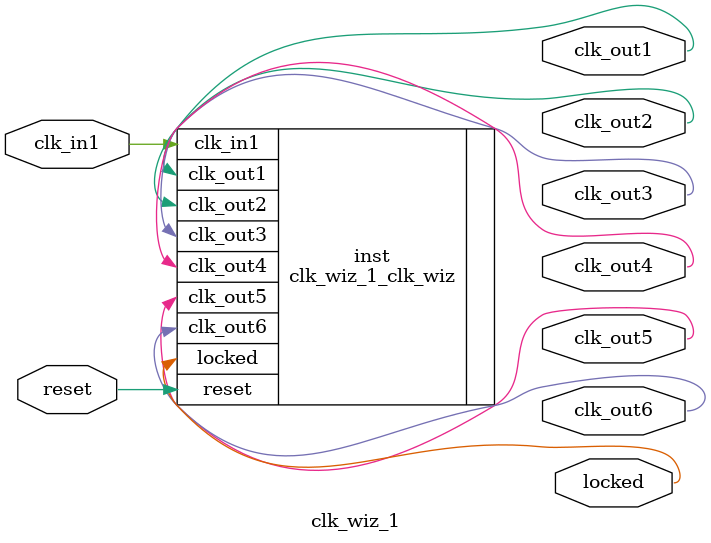
<source format=v>


`timescale 1ps/1ps

(* CORE_GENERATION_INFO = "clk_wiz_1,clk_wiz_v6_0_3_0_0,{component_name=clk_wiz_1,use_phase_alignment=true,use_min_o_jitter=false,use_max_i_jitter=false,use_dyn_phase_shift=false,use_inclk_switchover=false,use_dyn_reconfig=false,enable_axi=0,feedback_source=FDBK_AUTO,PRIMITIVE=PLL,num_out_clk=6,clkin1_period=10.000,clkin2_period=10.000,use_power_down=false,use_reset=true,use_locked=true,use_inclk_stopped=false,feedback_type=SINGLE,CLOCK_MGR_TYPE=NA,manual_override=false}" *)

module clk_wiz_1 
 (
  // Clock out ports
  output        clk_out1,
  output        clk_out2,
  output        clk_out3,
  output        clk_out4,
  output        clk_out5,
  output        clk_out6,
  // Status and control signals
  input         reset,
  output        locked,
 // Clock in ports
  input         clk_in1
 );

  clk_wiz_1_clk_wiz inst
  (
  // Clock out ports  
  .clk_out1(clk_out1),
  .clk_out2(clk_out2),
  .clk_out3(clk_out3),
  .clk_out4(clk_out4),
  .clk_out5(clk_out5),
  .clk_out6(clk_out6),
  // Status and control signals               
  .reset(reset), 
  .locked(locked),
 // Clock in ports
  .clk_in1(clk_in1)
  );

endmodule

</source>
